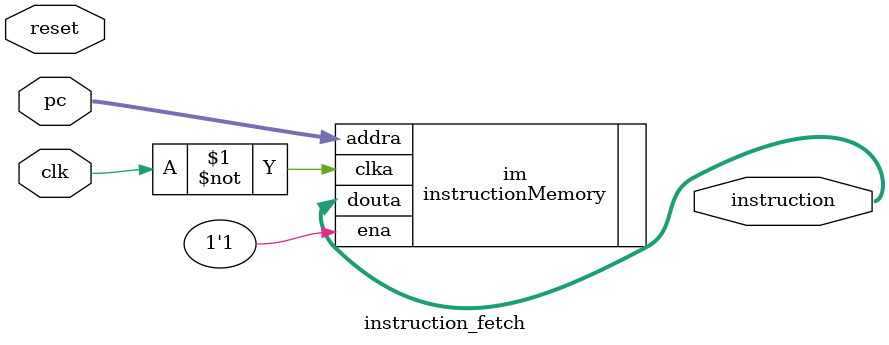
<source format=v>
`timescale 1ns / 1ps
module instruction_fetch
	#(
		parameter B=32 // ancho de la direccion (PC)
	)
	(
		input wire reset,
		input wire clk,
		input wire [B-1:0] pc,
		//output wire [B-1:0] pc_incrementado, //PC para enviar al registro IF/ID
		output [B-1:0] instruction				
    );
												
		instructionMemory im (
		.addra(pc),
		.clka(~clk), 
		.douta(instruction), 
		.ena(1'b1)
		);
	
endmodule

</source>
